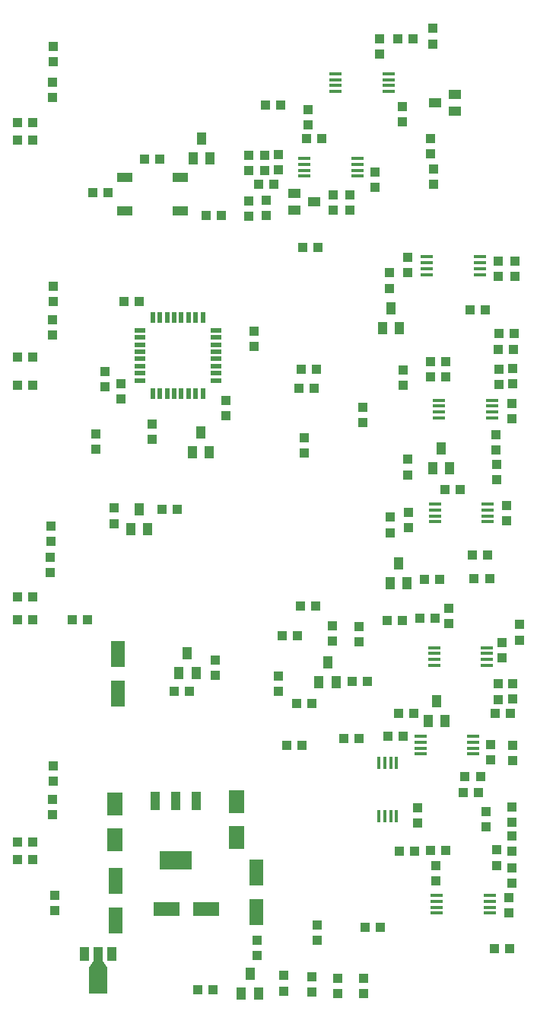
<source format=gbr>
G04 #@! TF.GenerationSoftware,KiCad,Pcbnew,(6.0.0-rc1-dev-1542-gf9f87b3ff-dirty)*
G04 #@! TF.CreationDate,2019-02-04T09:30:53-08:00
G04 #@! TF.ProjectId,qplfo_v22,71706c66-6f5f-4763-9232-2e6b69636164,rev?*
G04 #@! TF.SameCoordinates,PX1329208PY7e341b0*
G04 #@! TF.FileFunction,Paste,Top*
G04 #@! TF.FilePolarity,Positive*
%FSLAX46Y46*%
G04 Gerber Fmt 4.6, Leading zero omitted, Abs format (unit mm)*
G04 Created by KiCad (PCBNEW (6.0.0-rc1-dev-1542-gf9f87b3ff-dirty)) date Monday, 04 February 2019 at 09:30:53*
%MOMM*%
%LPD*%
G04 APERTURE LIST*
%ADD10R,1.000000X1.000000*%
%ADD11R,2.999740X1.600200*%
%ADD12R,1.600200X2.999740*%
%ADD13R,1.000000X1.400000*%
%ADD14R,1.400000X1.000000*%
%ADD15R,1.800860X2.499360*%
%ADD16R,1.000760X1.501140*%
%ADD17R,1.998980X2.999740*%
%ADD18C,0.749300*%
%ADD19C,0.025400*%
%ADD20R,1.200000X0.600000*%
%ADD21R,0.600000X1.200000*%
%ADD22R,3.657600X2.032000*%
%ADD23R,1.016000X2.032000*%
%ADD24R,1.450000X0.450000*%
%ADD25R,0.450000X1.450000*%
%ADD26R,1.800000X1.100000*%
G04 APERTURE END LIST*
D10*
X54074800Y77635100D03*
X52374800Y77635100D03*
D11*
X18541960Y11011000D03*
X22941240Y11011000D03*
D12*
X12852400Y14124640D03*
X12852400Y9725360D03*
X28549600Y15026640D03*
X28549600Y10627360D03*
X13157200Y34909760D03*
X13157200Y39309040D03*
D13*
X22349500Y63985500D03*
X23299500Y61785500D03*
X21399500Y61785500D03*
X49133800Y62194800D03*
X50083800Y59994800D03*
X48183800Y59994800D03*
X48618100Y34127800D03*
X49568100Y31927800D03*
X47668100Y31927800D03*
D14*
X48422200Y100632300D03*
X50622200Y101582300D03*
X50622200Y99682300D03*
D13*
X43525400Y77765000D03*
X44475400Y75565000D03*
X42575400Y75565000D03*
X44373800Y49436200D03*
X45323800Y47236200D03*
X43423800Y47236200D03*
X36474400Y38404800D03*
X37424400Y36204800D03*
X35524400Y36204800D03*
D14*
X35021700Y89636600D03*
X32821700Y88686600D03*
X32821700Y90586600D03*
D13*
X22456100Y96662600D03*
X23406100Y94462600D03*
X21506100Y94462600D03*
X15494000Y55405200D03*
X16444000Y53205200D03*
X14544000Y53205200D03*
X20878800Y39403200D03*
X21828800Y37203200D03*
X19928800Y37203200D03*
X27838400Y3810000D03*
X28788400Y1610000D03*
X26888400Y1610000D03*
D15*
X26314400Y18923020D03*
X26314400Y22920980D03*
X12827000Y22648980D03*
X12827000Y18651020D03*
D16*
X12448540Y5973660D03*
X10947400Y5973660D03*
X9446260Y5973660D03*
D17*
X10947400Y3022180D03*
D18*
X10947400Y4871300D03*
D19*
G36*
X9946640Y4496650D02*
G01*
X10447020Y5245950D01*
X11447780Y5245950D01*
X11948160Y4496650D01*
X9946640Y4496650D01*
X9946640Y4496650D01*
G37*
D20*
X15562000Y75355100D03*
X15562000Y74555100D03*
X15562000Y73755100D03*
X15562000Y72955100D03*
X15562000Y72155100D03*
X15562000Y71355100D03*
X15562000Y70555100D03*
X15562000Y69755100D03*
D21*
X17012000Y68305100D03*
X17812000Y68305100D03*
X18612000Y68305100D03*
X19412000Y68305100D03*
X20212000Y68305100D03*
X21012000Y68305100D03*
X21812000Y68305100D03*
X22612000Y68305100D03*
D20*
X24062000Y69755100D03*
X24062000Y70555100D03*
X24062000Y71355100D03*
X24062000Y72155100D03*
X24062000Y72955100D03*
X24062000Y73755100D03*
X24062000Y74555100D03*
X24062000Y75355100D03*
D21*
X22612000Y76805100D03*
X21812000Y76805100D03*
X21012000Y76805100D03*
X20212000Y76805100D03*
X19412000Y76805100D03*
X18612000Y76805100D03*
X17812000Y76805100D03*
X17012000Y76805100D03*
D10*
X55143400Y32727900D03*
X56843400Y32727900D03*
X55055400Y6604000D03*
X56755400Y6604000D03*
X29464000Y94830000D03*
X29464000Y93130000D03*
X55245000Y63701400D03*
X55245000Y62001400D03*
X8040000Y43180000D03*
X9740000Y43180000D03*
X6096000Y10834000D03*
X6096000Y12534000D03*
X10326000Y90678000D03*
X12026000Y90678000D03*
X10668000Y63842000D03*
X10668000Y62142000D03*
X11709400Y70738100D03*
X11709400Y69038100D03*
X12738100Y55561600D03*
X12738100Y53861600D03*
X5842000Y101258000D03*
X5842000Y102958000D03*
X5842000Y74842000D03*
X5842000Y76542000D03*
X5588000Y48426000D03*
X5588000Y50126000D03*
X5842000Y21502000D03*
X5842000Y23202000D03*
X46507400Y20511000D03*
X46507400Y22211000D03*
X13512800Y69417300D03*
X13512800Y67717300D03*
X16916400Y64946900D03*
X16916400Y63246900D03*
X38266000Y29972000D03*
X39966000Y29972000D03*
X31584900Y1880000D03*
X31584900Y3580000D03*
X16079100Y94373700D03*
X17779100Y94373700D03*
X54507500Y47701200D03*
X52807500Y47701200D03*
X53262000Y23901000D03*
X51562000Y23901000D03*
X48196500Y108901600D03*
X48196500Y107201600D03*
X57353200Y83007200D03*
X57353200Y81307200D03*
X52617000Y50393600D03*
X54317000Y50393600D03*
X57048400Y29208000D03*
X57048400Y27508000D03*
X44259500Y107772200D03*
X45959500Y107772200D03*
X55473600Y81307200D03*
X55473600Y83007200D03*
X56438800Y54166400D03*
X56438800Y55866400D03*
X54635400Y27610000D03*
X54635400Y29310000D03*
X42291000Y106045900D03*
X42291000Y107745900D03*
X49605300Y71882000D03*
X47905300Y71882000D03*
X51255400Y57658000D03*
X49555400Y57658000D03*
X53490600Y25679000D03*
X51790600Y25679000D03*
X44805600Y100202100D03*
X44805600Y98502100D03*
X42392600Y8954000D03*
X40692600Y8954000D03*
X34709100Y1728000D03*
X34709100Y3428000D03*
X45415200Y59283600D03*
X45415200Y60983600D03*
X30988000Y35218000D03*
X30988000Y36918000D03*
X28651200Y5842000D03*
X28651200Y7542000D03*
X33694000Y84531200D03*
X35394000Y84531200D03*
X33870900Y63384800D03*
X33870900Y61684800D03*
X34759000Y33858200D03*
X33059000Y33858200D03*
X46087400Y32702500D03*
X44387400Y32702500D03*
X38989000Y90385000D03*
X38989000Y88685000D03*
X45440600Y81750800D03*
X45440600Y83450800D03*
X45491400Y53366300D03*
X45491400Y55066300D03*
X43232600Y30188000D03*
X44932600Y30188000D03*
X41744900Y92937700D03*
X41744900Y91237700D03*
X43383200Y81723600D03*
X43383200Y80023600D03*
X43434000Y54545600D03*
X43434000Y52845600D03*
X40905800Y36271200D03*
X39205800Y36271200D03*
X37084000Y90385000D03*
X37084000Y88685000D03*
X55930800Y38889200D03*
X55930800Y40589200D03*
X57023000Y13894000D03*
X57023000Y15594000D03*
X30542600Y91567000D03*
X28842600Y91567000D03*
X57099200Y69381000D03*
X57099200Y71081000D03*
X57124600Y36029000D03*
X57124600Y34329000D03*
X55295800Y15850000D03*
X55295800Y17550000D03*
X27686000Y93130000D03*
X27686000Y94830000D03*
X55270400Y60399400D03*
X55270400Y58699400D03*
X55499000Y36004500D03*
X55499000Y34304500D03*
X56642000Y10580000D03*
X56642000Y12280000D03*
X30988000Y94918000D03*
X30988000Y93218000D03*
X56972200Y65520200D03*
X56972200Y67220200D03*
X35863900Y96647000D03*
X34163900Y96647000D03*
X35254300Y71018400D03*
X33554300Y71018400D03*
X34328100Y99859200D03*
X34328100Y98159200D03*
X34962200Y68935600D03*
X33262200Y68935600D03*
X43104700Y43065700D03*
X44804700Y43065700D03*
X44438200Y17399000D03*
X46138200Y17399000D03*
X49974500Y44449100D03*
X49974500Y42749100D03*
X49618000Y17526000D03*
X47918000Y17526000D03*
X48285400Y91618700D03*
X48285400Y93318700D03*
X44856400Y69228600D03*
X44856400Y70928600D03*
X47980600Y96696900D03*
X47980600Y94996900D03*
X49656100Y70154800D03*
X47956100Y70154800D03*
X1944000Y96520000D03*
X3644000Y96520000D03*
X1944000Y69215000D03*
X3644000Y69215000D03*
X1944000Y43180000D03*
X3644000Y43180000D03*
X1944000Y16510000D03*
X3644000Y16510000D03*
X29540200Y100368100D03*
X31240200Y100368100D03*
X40373300Y66801100D03*
X40373300Y65101100D03*
X24688800Y88138000D03*
X22988800Y88138000D03*
X18034900Y55410100D03*
X19734900Y55410100D03*
X5969000Y105195000D03*
X5969000Y106895000D03*
X5969000Y78525000D03*
X5969000Y80225000D03*
X5689600Y51841400D03*
X5689600Y53541400D03*
X5969000Y26885000D03*
X5969000Y25185000D03*
X33108000Y41402000D03*
X31408000Y41402000D03*
X37020500Y40817800D03*
X37020500Y42517800D03*
X1944000Y98425000D03*
X3644000Y98425000D03*
X35140000Y44704000D03*
X33440000Y44704000D03*
X39979600Y40692600D03*
X39979600Y42392600D03*
X1944000Y72390000D03*
X3644000Y72390000D03*
X1944000Y45720000D03*
X3644000Y45720000D03*
X1944000Y18415000D03*
X3644000Y18415000D03*
X23977600Y38696000D03*
X23977600Y36996000D03*
X48514000Y15785000D03*
X48514000Y14085000D03*
X19393800Y35204400D03*
X21093800Y35204400D03*
X23709100Y2019000D03*
X22009100Y2019000D03*
X31904200Y29172000D03*
X33604200Y29172000D03*
X37579300Y1576000D03*
X37579300Y3276000D03*
X40474900Y1550000D03*
X40474900Y3250000D03*
D22*
X19608800Y16383000D03*
D23*
X19608800Y22987000D03*
X17322800Y22987000D03*
X21894800Y22987000D03*
D10*
X47232200Y47650400D03*
X48932200Y47650400D03*
X57023000Y20638000D03*
X57023000Y22338000D03*
X55461800Y73202800D03*
X57161800Y73202800D03*
X27686000Y88062700D03*
X27686000Y89762700D03*
X57861200Y40908500D03*
X57861200Y42608500D03*
X56972200Y19138000D03*
X56972200Y17438000D03*
X29616400Y88138900D03*
X29616400Y89838900D03*
X55600600Y71004800D03*
X55600600Y69304800D03*
X48461400Y43319700D03*
X46761400Y43319700D03*
X54102000Y20105000D03*
X54102000Y21805000D03*
X28321000Y75258400D03*
X28321000Y73558400D03*
X57263400Y75031600D03*
X55563400Y75031600D03*
D24*
X54537400Y10531000D03*
X54537400Y11181000D03*
X54537400Y11831000D03*
X54537400Y12481000D03*
X48637400Y12481000D03*
X48637400Y11831000D03*
X48637400Y11181000D03*
X48637400Y10531000D03*
X54245300Y38102900D03*
X54245300Y38752900D03*
X54245300Y39402900D03*
X54245300Y40052900D03*
X48345300Y40052900D03*
X48345300Y39402900D03*
X48345300Y38752900D03*
X48345300Y38102900D03*
X54308800Y54041400D03*
X54308800Y54691400D03*
X54308800Y55341400D03*
X54308800Y55991400D03*
X48408800Y55991400D03*
X48408800Y55341400D03*
X48408800Y54691400D03*
X48408800Y54041400D03*
X54766000Y65623800D03*
X54766000Y66273800D03*
X54766000Y66923800D03*
X54766000Y67573800D03*
X48866000Y67573800D03*
X48866000Y66923800D03*
X48866000Y66273800D03*
X48866000Y65623800D03*
X53445200Y81549600D03*
X53445200Y82199600D03*
X53445200Y82849600D03*
X53445200Y83499600D03*
X47545200Y83499600D03*
X47545200Y82849600D03*
X47545200Y82199600D03*
X47545200Y81549600D03*
X33880000Y94447000D03*
X33880000Y93797000D03*
X33880000Y93147000D03*
X33880000Y92497000D03*
X39780000Y92497000D03*
X39780000Y93147000D03*
X39780000Y93797000D03*
X39780000Y94447000D03*
X43247100Y101907700D03*
X43247100Y102557700D03*
X43247100Y103207700D03*
X43247100Y103857700D03*
X37347100Y103857700D03*
X37347100Y103207700D03*
X37347100Y102557700D03*
X37347100Y101907700D03*
X52708600Y28235000D03*
X52708600Y28885000D03*
X52708600Y29535000D03*
X52708600Y30185000D03*
X46808600Y30185000D03*
X46808600Y29535000D03*
X46808600Y28885000D03*
X46808600Y28235000D03*
D25*
X42217700Y21332000D03*
X42867700Y21332000D03*
X43517700Y21332000D03*
X44167700Y21332000D03*
X44167700Y27232000D03*
X43517700Y27232000D03*
X42867700Y27232000D03*
X42217700Y27232000D03*
D10*
X13779500Y78549500D03*
X15479500Y78549500D03*
X25184100Y67512300D03*
X25184100Y65812300D03*
D26*
X20104100Y88633300D03*
X13904100Y88633300D03*
X20104100Y92333300D03*
X13904100Y92333300D03*
D10*
X35306000Y9206600D03*
X35306000Y7506600D03*
M02*

</source>
